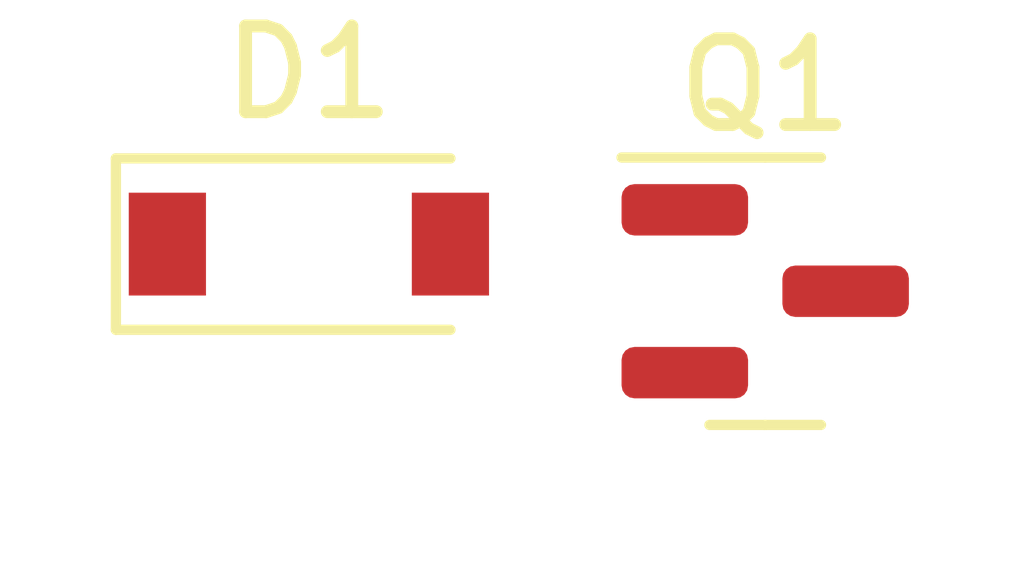
<source format=kicad_pcb>
(kicad_pcb (version 20211014) (generator pcbnew)
  (layers (0 "F.Cu" signal) (31 "B.Cu" signal) (34 "B.Paste" user) (35 "F.Paste" user) (36 "B.SilkS" user "B.Silkscreen") (37 "F.SilkS" user "F.Silkscreen") (38 "B.Mask" user) (39 "F.Mask" user) (44 "Edge.Cuts" user))
  (net 0 "")
  (footprint "Diode_SMD:D_SOD-123" (layer "F.Cu") (at 140.250817 81.902808)
    (fp_text reference "D1" (at 0 -2) (layer "F.SilkS"))
    (fp_text value "1N4148W")
    (fp_line (start -2.25 1) (end 1.65 1) (layer "F.SilkS") (width 0.12))
    (fp_line (start -2.25 -1) (end 1.65 -1) (layer "F.SilkS") (width 0.12))
    (fp_line (start -2.25 -1) (end -2.25 1) (layer "F.SilkS") (width 0.12))
    (pad "1" smd rect (at -1.65 0) (size 0.9 1.2) (layers "F.Cu" "F.Paste" "F.Mask"))
    (pad "2" smd rect (at 1.65 0) (size 0.9 1.2) (layers "F.Cu" "F.Paste" "F.Mask"))
  )
  (footprint "Package_TO_SOT_SMD:SOT-23" (layer "F.Cu") (at 145.570817 82.452808)
    (fp_text reference "Q1" (at 0 -2.4) (layer "F.SilkS"))
    (fp_text value "2N7002")
    (fp_line (start 0 1.56) (end -0.65 1.56) (layer "F.SilkS") (width 0.12))
    (fp_line (start 0 -1.56) (end -1.675 -1.56) (layer "F.SilkS") (width 0.12))
    (fp_line (start 0 -1.56) (end 0.65 -1.56) (layer "F.SilkS") (width 0.12))
    (fp_line (start 0 1.56) (end 0.65 1.56) (layer "F.SilkS") (width 0.12))
    (pad "1" smd roundrect (at -0.9375 -0.95) (size 1.475 0.6) (layers "F.Cu" "F.Paste" "F.Mask"))
    (pad "2" smd roundrect (at -0.9375 0.95) (size 1.475 0.6) (layers "F.Cu" "F.Paste" "F.Mask"))
    (pad "3" smd roundrect (at 0.9375 0) (size 1.475 0.6) (layers "F.Cu" "F.Paste" "F.Mask"))
  )
)
</source>
